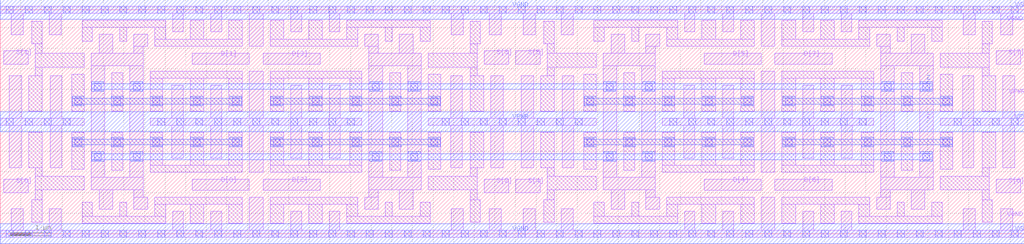
<source format=lef>
# Copyright 2020 The SkyWater PDK Authors
#
# Licensed under the Apache License, Version 2.0 (the "License");
# you may not use this file except in compliance with the License.
# You may obtain a copy of the License at
#
#     https://www.apache.org/licenses/LICENSE-2.0
#
# Unless required by applicable law or agreed to in writing, software
# distributed under the License is distributed on an "AS IS" BASIS,
# WITHOUT WARRANTIES OR CONDITIONS OF ANY KIND, either express or implied.
# See the License for the specific language governing permissions and
# limitations under the License.
#
# SPDX-License-Identifier: Apache-2.0

VERSION 5.7 ;
  NAMESCASESENSITIVE ON ;
  NOWIREEXTENSIONATPIN ON ;
  DIVIDERCHAR "/" ;
  BUSBITCHARS "[]" ;
UNITS
  DATABASE MICRONS 200 ;
END UNITS
PROPERTYDEFINITIONS
  MACRO maskLayoutSubType STRING ;
  MACRO prCellType STRING ;
  MACRO originalViewName STRING ;
END PROPERTYDEFINITIONS
MACRO sky130_fd_sc_hdll__muxb8to1_4
  CLASS CORE ;
  FOREIGN sky130_fd_sc_hdll__muxb8to1_4 ;
  ORIGIN  0.000000  0.000000 ;
  SIZE  24.84000 BY  5.440000 ;
  SYMMETRY X Y R90 ;
  SITE unithd ;
  PIN D[0]
    ANTENNAGATEAREA  1.110000 ;
    DIRECTION INPUT ;
    USE SIGNAL ;
    PORT
      LAYER li1 ;
        RECT 4.655000 1.055000 6.045000 1.325000 ;
    END
  END D[0]
  PIN D[1]
    ANTENNAGATEAREA  1.110000 ;
    DIRECTION INPUT ;
    USE SIGNAL ;
    PORT
      LAYER li1 ;
        RECT 4.655000 4.115000 6.045000 4.385000 ;
    END
  END D[1]
  PIN D[2]
    ANTENNAGATEAREA  1.110000 ;
    DIRECTION INPUT ;
    USE SIGNAL ;
    PORT
      LAYER li1 ;
        RECT 6.375000 1.055000 7.765000 1.325000 ;
    END
  END D[2]
  PIN D[3]
    ANTENNAGATEAREA  1.110000 ;
    DIRECTION INPUT ;
    USE SIGNAL ;
    PORT
      LAYER li1 ;
        RECT 6.375000 4.115000 7.765000 4.385000 ;
    END
  END D[3]
  PIN D[4]
    ANTENNAGATEAREA  1.110000 ;
    DIRECTION INPUT ;
    USE SIGNAL ;
    PORT
      LAYER li1 ;
        RECT 17.075000 1.055000 18.465000 1.325000 ;
    END
  END D[4]
  PIN D[5]
    ANTENNAGATEAREA  1.110000 ;
    DIRECTION INPUT ;
    USE SIGNAL ;
    PORT
      LAYER li1 ;
        RECT 17.075000 4.115000 18.465000 4.385000 ;
    END
  END D[5]
  PIN D[6]
    ANTENNAGATEAREA  1.110000 ;
    DIRECTION INPUT ;
    USE SIGNAL ;
    PORT
      LAYER li1 ;
        RECT 18.795000 1.055000 20.185000 1.325000 ;
    END
  END D[6]
  PIN D[7]
    ANTENNAGATEAREA  1.110000 ;
    DIRECTION INPUT ;
    USE SIGNAL ;
    PORT
      LAYER li1 ;
        RECT 18.795000 4.115000 20.185000 4.385000 ;
    END
  END D[7]
  PIN S[0]
    ANTENNAGATEAREA  0.733200 ;
    DIRECTION INPUT ;
    USE SIGNAL ;
    PORT
      LAYER li1 ;
        RECT 0.085000 0.995000 0.680000 1.325000 ;
    END
  END S[0]
  PIN S[1]
    ANTENNAGATEAREA  0.733200 ;
    DIRECTION INPUT ;
    USE SIGNAL ;
    PORT
      LAYER li1 ;
        RECT 0.085000 4.115000 0.680000 4.445000 ;
    END
  END S[1]
  PIN S[2]
    ANTENNAGATEAREA  0.733200 ;
    DIRECTION INPUT ;
    USE SIGNAL ;
    PORT
      LAYER li1 ;
        RECT 11.740000 0.995000 12.335000 1.325000 ;
    END
  END S[2]
  PIN S[3]
    ANTENNAGATEAREA  0.733200 ;
    DIRECTION INPUT ;
    USE SIGNAL ;
    PORT
      LAYER li1 ;
        RECT 11.740000 4.115000 12.335000 4.445000 ;
    END
  END S[3]
  PIN S[4]
    ANTENNAGATEAREA  0.733200 ;
    DIRECTION INPUT ;
    USE SIGNAL ;
    PORT
      LAYER li1 ;
        RECT 12.505000 0.995000 13.100000 1.325000 ;
    END
  END S[4]
  PIN S[5]
    ANTENNAGATEAREA  0.733200 ;
    DIRECTION INPUT ;
    USE SIGNAL ;
    PORT
      LAYER li1 ;
        RECT 12.505000 4.115000 13.100000 4.445000 ;
    END
  END S[5]
  PIN S[6]
    ANTENNAGATEAREA  0.733200 ;
    DIRECTION INPUT ;
    USE SIGNAL ;
    PORT
      LAYER li1 ;
        RECT 24.160000 0.995000 24.755000 1.325000 ;
    END
  END S[6]
  PIN S[7]
    ANTENNAGATEAREA  0.733200 ;
    DIRECTION INPUT ;
    USE SIGNAL ;
    PORT
      LAYER li1 ;
        RECT 24.160000 4.115000 24.755000 4.445000 ;
    END
  END S[7]
  PIN Z
    ANTENNADIFFAREA  6.051200 ;
    DIRECTION OUTPUT ;
    USE SIGNAL ;
    PORT
      LAYER li1 ;
        RECT  2.205000 1.065000  3.475000 1.365000 ;
        RECT  2.205000 1.365000  2.535000 4.075000 ;
        RECT  2.205000 4.075000  3.475000 4.375000 ;
        RECT  2.405000 0.595000  2.735000 1.065000 ;
        RECT  2.405000 4.375000  2.735000 4.845000 ;
        RECT  3.145000 1.365000  3.475000 4.075000 ;
        RECT  3.245000 0.595000  3.575000 0.885000 ;
        RECT  3.245000 0.885000  3.475000 1.065000 ;
        RECT  3.245000 4.375000  3.475000 4.555000 ;
        RECT  3.245000 4.555000  3.575000 4.845000 ;
        RECT  8.845000 0.595000  9.175000 0.885000 ;
        RECT  8.845000 4.555000  9.175000 4.845000 ;
        RECT  8.945000 0.885000  9.175000 1.065000 ;
        RECT  8.945000 1.065000 10.215000 1.365000 ;
        RECT  8.945000 1.365000  9.275000 4.075000 ;
        RECT  8.945000 4.075000 10.215000 4.375000 ;
        RECT  8.945000 4.375000  9.175000 4.555000 ;
        RECT  9.685000 0.595000 10.015000 1.065000 ;
        RECT  9.685000 4.375000 10.015000 4.845000 ;
        RECT  9.885000 1.365000 10.215000 4.075000 ;
        RECT 14.625000 1.065000 15.895000 1.365000 ;
        RECT 14.625000 1.365000 14.955000 4.075000 ;
        RECT 14.625000 4.075000 15.895000 4.375000 ;
        RECT 14.825000 0.595000 15.155000 1.065000 ;
        RECT 14.825000 4.375000 15.155000 4.845000 ;
        RECT 15.565000 1.365000 15.895000 4.075000 ;
        RECT 15.665000 0.595000 15.995000 0.885000 ;
        RECT 15.665000 0.885000 15.895000 1.065000 ;
        RECT 15.665000 4.375000 15.895000 4.555000 ;
        RECT 15.665000 4.555000 15.995000 4.845000 ;
        RECT 21.265000 0.595000 21.595000 0.885000 ;
        RECT 21.265000 4.555000 21.595000 4.845000 ;
        RECT 21.365000 0.885000 21.595000 1.065000 ;
        RECT 21.365000 1.065000 22.635000 1.365000 ;
        RECT 21.365000 1.365000 21.695000 4.075000 ;
        RECT 21.365000 4.075000 22.635000 4.375000 ;
        RECT 21.365000 4.375000 21.595000 4.555000 ;
        RECT 22.105000 0.595000 22.435000 1.065000 ;
        RECT 22.105000 4.375000 22.435000 4.845000 ;
        RECT 22.305000 1.365000 22.635000 4.075000 ;
      LAYER mcon ;
        RECT  2.285000 1.785000  2.455000 1.955000 ;
        RECT  2.285000 3.485000  2.455000 3.655000 ;
        RECT  3.225000 1.785000  3.395000 1.955000 ;
        RECT  3.225000 3.485000  3.395000 3.655000 ;
        RECT  9.025000 1.785000  9.195000 1.955000 ;
        RECT  9.025000 3.485000  9.195000 3.655000 ;
        RECT  9.965000 1.785000 10.135000 1.955000 ;
        RECT  9.965000 3.485000 10.135000 3.655000 ;
        RECT 14.705000 1.785000 14.875000 1.955000 ;
        RECT 14.705000 3.485000 14.875000 3.655000 ;
        RECT 15.645000 1.785000 15.815000 1.955000 ;
        RECT 15.645000 3.485000 15.815000 3.655000 ;
        RECT 21.445000 1.785000 21.615000 1.955000 ;
        RECT 21.445000 3.485000 21.615000 3.655000 ;
        RECT 22.385000 1.785000 22.555000 1.955000 ;
        RECT 22.385000 3.485000 22.555000 3.655000 ;
      LAYER met1 ;
        RECT  2.225000 1.755000  2.515000 1.800000 ;
        RECT  2.225000 1.800000 22.615000 1.940000 ;
        RECT  2.225000 1.940000  2.515000 1.985000 ;
        RECT  2.225000 3.455000  2.515000 3.500000 ;
        RECT  2.225000 3.500000 22.615000 3.640000 ;
        RECT  2.225000 3.640000  2.515000 3.685000 ;
        RECT  3.165000 1.755000  3.455000 1.800000 ;
        RECT  3.165000 1.940000  3.455000 1.985000 ;
        RECT  3.165000 3.455000  3.455000 3.500000 ;
        RECT  3.165000 3.640000  3.455000 3.685000 ;
        RECT  8.965000 1.755000  9.255000 1.800000 ;
        RECT  8.965000 1.940000  9.255000 1.985000 ;
        RECT  8.965000 3.455000  9.255000 3.500000 ;
        RECT  8.965000 3.640000  9.255000 3.685000 ;
        RECT  9.905000 1.755000 10.195000 1.800000 ;
        RECT  9.905000 1.940000 10.195000 1.985000 ;
        RECT  9.905000 3.455000 10.195000 3.500000 ;
        RECT  9.905000 3.640000 10.195000 3.685000 ;
        RECT 14.645000 1.755000 14.935000 1.800000 ;
        RECT 14.645000 1.940000 14.935000 1.985000 ;
        RECT 14.645000 3.455000 14.935000 3.500000 ;
        RECT 14.645000 3.640000 14.935000 3.685000 ;
        RECT 15.585000 1.755000 15.875000 1.800000 ;
        RECT 15.585000 1.940000 15.875000 1.985000 ;
        RECT 15.585000 3.455000 15.875000 3.500000 ;
        RECT 15.585000 3.640000 15.875000 3.685000 ;
        RECT 21.385000 1.755000 21.675000 1.800000 ;
        RECT 21.385000 1.940000 21.675000 1.985000 ;
        RECT 21.385000 3.455000 21.675000 3.500000 ;
        RECT 21.385000 3.640000 21.675000 3.685000 ;
        RECT 22.325000 1.755000 22.615000 1.800000 ;
        RECT 22.325000 1.940000 22.615000 1.985000 ;
        RECT 22.325000 3.455000 22.615000 3.500000 ;
        RECT 22.325000 3.640000 22.615000 3.685000 ;
    END
  END Z
  PIN VGND
    DIRECTION INOUT ;
    USE GROUND ;
    PORT
      LAYER li1 ;
        RECT  0.000000 -0.085000 24.840000 0.085000 ;
        RECT  0.270000  0.085000  0.560000 0.610000 ;
        RECT  1.190000  0.085000  1.480000 0.610000 ;
        RECT  4.185000  0.085000  4.435000 0.545000 ;
        RECT  5.105000  0.085000  5.375000 0.545000 ;
        RECT  6.045000  0.085000  6.375000 0.885000 ;
        RECT  7.045000  0.085000  7.315000 0.545000 ;
        RECT  7.985000  0.085000  8.235000 0.545000 ;
        RECT 10.940000  0.085000 11.230000 0.610000 ;
        RECT 11.860000  0.085000 12.150000 0.610000 ;
        RECT 12.690000  0.085000 12.980000 0.610000 ;
        RECT 13.610000  0.085000 13.900000 0.610000 ;
        RECT 16.605000  0.085000 16.855000 0.545000 ;
        RECT 17.525000  0.085000 17.795000 0.545000 ;
        RECT 18.465000  0.085000 18.795000 0.885000 ;
        RECT 19.465000  0.085000 19.735000 0.545000 ;
        RECT 20.405000  0.085000 20.655000 0.545000 ;
        RECT 23.360000  0.085000 23.650000 0.610000 ;
        RECT 24.280000  0.085000 24.570000 0.610000 ;
      LAYER mcon ;
        RECT  0.145000 -0.085000  0.315000 0.085000 ;
        RECT  0.605000 -0.085000  0.775000 0.085000 ;
        RECT  1.065000 -0.085000  1.235000 0.085000 ;
        RECT  1.525000 -0.085000  1.695000 0.085000 ;
        RECT  1.985000 -0.085000  2.155000 0.085000 ;
        RECT  2.445000 -0.085000  2.615000 0.085000 ;
        RECT  2.905000 -0.085000  3.075000 0.085000 ;
        RECT  3.365000 -0.085000  3.535000 0.085000 ;
        RECT  3.825000 -0.085000  3.995000 0.085000 ;
        RECT  4.285000 -0.085000  4.455000 0.085000 ;
        RECT  4.745000 -0.085000  4.915000 0.085000 ;
        RECT  5.205000 -0.085000  5.375000 0.085000 ;
        RECT  5.665000 -0.085000  5.835000 0.085000 ;
        RECT  6.125000 -0.085000  6.295000 0.085000 ;
        RECT  6.585000 -0.085000  6.755000 0.085000 ;
        RECT  7.045000 -0.085000  7.215000 0.085000 ;
        RECT  7.505000 -0.085000  7.675000 0.085000 ;
        RECT  7.965000 -0.085000  8.135000 0.085000 ;
        RECT  8.425000 -0.085000  8.595000 0.085000 ;
        RECT  8.885000 -0.085000  9.055000 0.085000 ;
        RECT  9.345000 -0.085000  9.515000 0.085000 ;
        RECT  9.805000 -0.085000  9.975000 0.085000 ;
        RECT 10.265000 -0.085000 10.435000 0.085000 ;
        RECT 10.725000 -0.085000 10.895000 0.085000 ;
        RECT 11.185000 -0.085000 11.355000 0.085000 ;
        RECT 11.645000 -0.085000 11.815000 0.085000 ;
        RECT 12.105000 -0.085000 12.275000 0.085000 ;
        RECT 12.565000 -0.085000 12.735000 0.085000 ;
        RECT 13.025000 -0.085000 13.195000 0.085000 ;
        RECT 13.485000 -0.085000 13.655000 0.085000 ;
        RECT 13.945000 -0.085000 14.115000 0.085000 ;
        RECT 14.405000 -0.085000 14.575000 0.085000 ;
        RECT 14.865000 -0.085000 15.035000 0.085000 ;
        RECT 15.325000 -0.085000 15.495000 0.085000 ;
        RECT 15.785000 -0.085000 15.955000 0.085000 ;
        RECT 16.245000 -0.085000 16.415000 0.085000 ;
        RECT 16.705000 -0.085000 16.875000 0.085000 ;
        RECT 17.165000 -0.085000 17.335000 0.085000 ;
        RECT 17.625000 -0.085000 17.795000 0.085000 ;
        RECT 18.085000 -0.085000 18.255000 0.085000 ;
        RECT 18.545000 -0.085000 18.715000 0.085000 ;
        RECT 19.005000 -0.085000 19.175000 0.085000 ;
        RECT 19.465000 -0.085000 19.635000 0.085000 ;
        RECT 19.925000 -0.085000 20.095000 0.085000 ;
        RECT 20.385000 -0.085000 20.555000 0.085000 ;
        RECT 20.845000 -0.085000 21.015000 0.085000 ;
        RECT 21.305000 -0.085000 21.475000 0.085000 ;
        RECT 21.765000 -0.085000 21.935000 0.085000 ;
        RECT 22.225000 -0.085000 22.395000 0.085000 ;
        RECT 22.685000 -0.085000 22.855000 0.085000 ;
        RECT 23.145000 -0.085000 23.315000 0.085000 ;
        RECT 23.605000 -0.085000 23.775000 0.085000 ;
        RECT 24.065000 -0.085000 24.235000 0.085000 ;
        RECT 24.525000 -0.085000 24.695000 0.085000 ;
      LAYER met1 ;
        RECT 0.000000 -0.240000 24.840000 0.240000 ;
    END
    PORT
      LAYER li1 ;
        RECT  0.000000 5.355000 24.840000 5.525000 ;
        RECT  0.270000 4.830000  0.560000 5.355000 ;
        RECT  1.190000 4.830000  1.480000 5.355000 ;
        RECT  4.185000 4.895000  4.435000 5.355000 ;
        RECT  5.105000 4.895000  5.375000 5.355000 ;
        RECT  6.045000 4.555000  6.375000 5.355000 ;
        RECT  7.045000 4.895000  7.315000 5.355000 ;
        RECT  7.985000 4.895000  8.235000 5.355000 ;
        RECT 10.940000 4.830000 11.230000 5.355000 ;
        RECT 11.860000 4.830000 12.150000 5.355000 ;
        RECT 12.690000 4.830000 12.980000 5.355000 ;
        RECT 13.610000 4.830000 13.900000 5.355000 ;
        RECT 16.605000 4.895000 16.855000 5.355000 ;
        RECT 17.525000 4.895000 17.795000 5.355000 ;
        RECT 18.465000 4.555000 18.795000 5.355000 ;
        RECT 19.465000 4.895000 19.735000 5.355000 ;
        RECT 20.405000 4.895000 20.655000 5.355000 ;
        RECT 23.360000 4.830000 23.650000 5.355000 ;
        RECT 24.280000 4.830000 24.570000 5.355000 ;
      LAYER mcon ;
        RECT  0.145000 5.355000  0.315000 5.525000 ;
        RECT  0.605000 5.355000  0.775000 5.525000 ;
        RECT  1.065000 5.355000  1.235000 5.525000 ;
        RECT  1.525000 5.355000  1.695000 5.525000 ;
        RECT  1.985000 5.355000  2.155000 5.525000 ;
        RECT  2.445000 5.355000  2.615000 5.525000 ;
        RECT  2.905000 5.355000  3.075000 5.525000 ;
        RECT  3.365000 5.355000  3.535000 5.525000 ;
        RECT  3.825000 5.355000  3.995000 5.525000 ;
        RECT  4.285000 5.355000  4.455000 5.525000 ;
        RECT  4.745000 5.355000  4.915000 5.525000 ;
        RECT  5.205000 5.355000  5.375000 5.525000 ;
        RECT  5.665000 5.355000  5.835000 5.525000 ;
        RECT  6.125000 5.355000  6.295000 5.525000 ;
        RECT  6.585000 5.355000  6.755000 5.525000 ;
        RECT  7.045000 5.355000  7.215000 5.525000 ;
        RECT  7.505000 5.355000  7.675000 5.525000 ;
        RECT  7.965000 5.355000  8.135000 5.525000 ;
        RECT  8.425000 5.355000  8.595000 5.525000 ;
        RECT  8.885000 5.355000  9.055000 5.525000 ;
        RECT  9.345000 5.355000  9.515000 5.525000 ;
        RECT  9.805000 5.355000  9.975000 5.525000 ;
        RECT 10.265000 5.355000 10.435000 5.525000 ;
        RECT 10.725000 5.355000 10.895000 5.525000 ;
        RECT 11.185000 5.355000 11.355000 5.525000 ;
        RECT 11.645000 5.355000 11.815000 5.525000 ;
        RECT 12.105000 5.355000 12.275000 5.525000 ;
        RECT 12.565000 5.355000 12.735000 5.525000 ;
        RECT 13.025000 5.355000 13.195000 5.525000 ;
        RECT 13.485000 5.355000 13.655000 5.525000 ;
        RECT 13.945000 5.355000 14.115000 5.525000 ;
        RECT 14.405000 5.355000 14.575000 5.525000 ;
        RECT 14.865000 5.355000 15.035000 5.525000 ;
        RECT 15.325000 5.355000 15.495000 5.525000 ;
        RECT 15.785000 5.355000 15.955000 5.525000 ;
        RECT 16.245000 5.355000 16.415000 5.525000 ;
        RECT 16.705000 5.355000 16.875000 5.525000 ;
        RECT 17.165000 5.355000 17.335000 5.525000 ;
        RECT 17.625000 5.355000 17.795000 5.525000 ;
        RECT 18.085000 5.355000 18.255000 5.525000 ;
        RECT 18.545000 5.355000 18.715000 5.525000 ;
        RECT 19.005000 5.355000 19.175000 5.525000 ;
        RECT 19.465000 5.355000 19.635000 5.525000 ;
        RECT 19.925000 5.355000 20.095000 5.525000 ;
        RECT 20.385000 5.355000 20.555000 5.525000 ;
        RECT 20.845000 5.355000 21.015000 5.525000 ;
        RECT 21.305000 5.355000 21.475000 5.525000 ;
        RECT 21.765000 5.355000 21.935000 5.525000 ;
        RECT 22.225000 5.355000 22.395000 5.525000 ;
        RECT 22.685000 5.355000 22.855000 5.525000 ;
        RECT 23.145000 5.355000 23.315000 5.525000 ;
        RECT 23.605000 5.355000 23.775000 5.525000 ;
        RECT 24.065000 5.355000 24.235000 5.525000 ;
        RECT 24.525000 5.355000 24.695000 5.525000 ;
      LAYER met1 ;
        RECT 0.000000 5.200000 24.840000 5.680000 ;
    END
  END VGND
  PIN VPWR
    DIRECTION INOUT ;
    USE POWER ;
    PORT
      LAYER li1 ;
        RECT  0.000000 2.635000  2.035000 2.805000 ;
        RECT  0.220000 1.605000  0.520000 2.635000 ;
        RECT  0.220000 2.805000  0.520000 3.835000 ;
        RECT  1.215000 1.605000  1.490000 2.635000 ;
        RECT  1.215000 2.805000  1.490000 3.835000 ;
        RECT  3.645000 2.635000  8.775000 2.805000 ;
        RECT  4.165000 1.835000  4.435000 2.635000 ;
        RECT  4.165000 2.805000  4.435000 3.605000 ;
        RECT  5.105000 1.835000  5.375000 2.635000 ;
        RECT  5.105000 2.805000  5.375000 3.605000 ;
        RECT  6.045000 1.495000  6.375000 2.635000 ;
        RECT  6.045000 2.805000  6.375000 3.945000 ;
        RECT  7.045000 1.835000  7.315000 2.635000 ;
        RECT  7.045000 2.805000  7.315000 3.605000 ;
        RECT  7.985000 1.835000  8.255000 2.635000 ;
        RECT  7.985000 2.805000  8.255000 3.605000 ;
        RECT 10.385000 2.635000 14.455000 2.805000 ;
        RECT 10.930000 1.605000 11.205000 2.635000 ;
        RECT 10.930000 2.805000 11.205000 3.835000 ;
        RECT 11.900000 1.605000 12.200000 2.635000 ;
        RECT 11.900000 2.805000 12.200000 3.835000 ;
        RECT 12.640000 1.605000 12.940000 2.635000 ;
        RECT 12.640000 2.805000 12.940000 3.835000 ;
        RECT 13.635000 1.605000 13.910000 2.635000 ;
        RECT 13.635000 2.805000 13.910000 3.835000 ;
        RECT 16.065000 2.635000 21.195000 2.805000 ;
        RECT 16.585000 1.835000 16.855000 2.635000 ;
        RECT 16.585000 2.805000 16.855000 3.605000 ;
        RECT 17.525000 1.835000 17.795000 2.635000 ;
        RECT 17.525000 2.805000 17.795000 3.605000 ;
        RECT 18.465000 1.495000 18.795000 2.635000 ;
        RECT 18.465000 2.805000 18.795000 3.945000 ;
        RECT 19.465000 1.835000 19.735000 2.635000 ;
        RECT 19.465000 2.805000 19.735000 3.605000 ;
        RECT 20.405000 1.835000 20.675000 2.635000 ;
        RECT 20.405000 2.805000 20.675000 3.605000 ;
        RECT 22.805000 2.635000 24.840000 2.805000 ;
        RECT 23.350000 1.605000 23.625000 2.635000 ;
        RECT 23.350000 2.805000 23.625000 3.835000 ;
        RECT 24.320000 1.605000 24.620000 2.635000 ;
        RECT 24.320000 2.805000 24.620000 3.835000 ;
      LAYER mcon ;
        RECT  0.145000 2.635000  0.315000 2.805000 ;
        RECT  0.605000 2.635000  0.775000 2.805000 ;
        RECT  1.065000 2.635000  1.235000 2.805000 ;
        RECT  1.525000 2.635000  1.695000 2.805000 ;
        RECT  3.825000 2.635000  3.995000 2.805000 ;
        RECT  4.285000 2.635000  4.455000 2.805000 ;
        RECT  4.745000 2.635000  4.915000 2.805000 ;
        RECT  5.205000 2.635000  5.375000 2.805000 ;
        RECT  5.665000 2.635000  5.835000 2.805000 ;
        RECT  6.125000 2.635000  6.295000 2.805000 ;
        RECT  6.585000 2.635000  6.755000 2.805000 ;
        RECT  7.045000 2.635000  7.215000 2.805000 ;
        RECT  7.505000 2.635000  7.675000 2.805000 ;
        RECT  7.965000 2.635000  8.135000 2.805000 ;
        RECT  8.425000 2.635000  8.595000 2.805000 ;
        RECT 10.725000 2.635000 10.895000 2.805000 ;
        RECT 11.185000 2.635000 11.355000 2.805000 ;
        RECT 11.645000 2.635000 11.815000 2.805000 ;
        RECT 12.105000 2.635000 12.275000 2.805000 ;
        RECT 12.565000 2.635000 12.735000 2.805000 ;
        RECT 13.025000 2.635000 13.195000 2.805000 ;
        RECT 13.485000 2.635000 13.655000 2.805000 ;
        RECT 13.945000 2.635000 14.115000 2.805000 ;
        RECT 16.245000 2.635000 16.415000 2.805000 ;
        RECT 16.705000 2.635000 16.875000 2.805000 ;
        RECT 17.165000 2.635000 17.335000 2.805000 ;
        RECT 17.625000 2.635000 17.795000 2.805000 ;
        RECT 18.085000 2.635000 18.255000 2.805000 ;
        RECT 18.545000 2.635000 18.715000 2.805000 ;
        RECT 19.005000 2.635000 19.175000 2.805000 ;
        RECT 19.465000 2.635000 19.635000 2.805000 ;
        RECT 19.925000 2.635000 20.095000 2.805000 ;
        RECT 20.385000 2.635000 20.555000 2.805000 ;
        RECT 20.845000 2.635000 21.015000 2.805000 ;
        RECT 23.145000 2.635000 23.315000 2.805000 ;
        RECT 23.605000 2.635000 23.775000 2.805000 ;
        RECT 24.065000 2.635000 24.235000 2.805000 ;
        RECT 24.525000 2.635000 24.695000 2.805000 ;
      LAYER met1 ;
        RECT 0.000000 2.480000 24.840000 2.960000 ;
    END
  END VPWR
  OBS
    LAYER li1 ;
      RECT  0.690000 1.605000  1.020000 2.465000 ;
      RECT  0.690000 2.975000  1.020000 3.835000 ;
      RECT  0.770000 0.280000  1.020000 0.825000 ;
      RECT  0.770000 4.615000  1.020000 5.160000 ;
      RECT  0.850000 0.825000  1.020000 1.065000 ;
      RECT  0.850000 1.065000  2.035000 1.395000 ;
      RECT  0.850000 1.395000  1.020000 1.605000 ;
      RECT  0.850000 3.835000  1.020000 4.045000 ;
      RECT  0.850000 4.045000  2.035000 4.375000 ;
      RECT  0.850000 4.375000  1.020000 4.615000 ;
      RECT  1.735000 1.565000  2.035000 2.465000 ;
      RECT  1.735000 2.975000  2.035000 3.875000 ;
      RECT  1.985000 0.255000  4.015000 0.425000 ;
      RECT  1.985000 0.425000  2.235000 0.770000 ;
      RECT  1.985000 4.670000  2.235000 5.015000 ;
      RECT  1.985000 5.015000  4.015000 5.185000 ;
      RECT  2.705000 1.535000  2.975000 2.465000 ;
      RECT  2.705000 2.975000  2.975000 3.905000 ;
      RECT  2.905000 0.425000  3.075000 0.770000 ;
      RECT  2.905000 4.670000  3.075000 5.015000 ;
      RECT  3.645000 1.495000  5.875000 1.665000 ;
      RECT  3.645000 1.665000  3.945000 2.465000 ;
      RECT  3.645000 2.975000  3.945000 3.775000 ;
      RECT  3.645000 3.775000  5.875000 3.945000 ;
      RECT  3.745000 0.425000  4.015000 0.715000 ;
      RECT  3.745000 0.715000  5.875000 0.885000 ;
      RECT  3.745000 4.555000  5.875000 4.725000 ;
      RECT  3.745000 4.725000  4.015000 5.015000 ;
      RECT  4.605000 0.255000  4.935000 0.715000 ;
      RECT  4.605000 1.665000  4.935000 2.465000 ;
      RECT  4.605000 2.975000  4.935000 3.775000 ;
      RECT  4.605000 4.725000  4.935000 5.185000 ;
      RECT  5.545000 0.255000  5.875000 0.715000 ;
      RECT  5.545000 1.665000  5.875000 2.465000 ;
      RECT  5.545000 2.975000  5.875000 3.775000 ;
      RECT  5.545000 4.725000  5.875000 5.185000 ;
      RECT  6.545000 0.255000  6.875000 0.715000 ;
      RECT  6.545000 0.715000  8.675000 0.885000 ;
      RECT  6.545000 1.495000  8.775000 1.665000 ;
      RECT  6.545000 1.665000  6.875000 2.465000 ;
      RECT  6.545000 2.975000  6.875000 3.775000 ;
      RECT  6.545000 3.775000  8.775000 3.945000 ;
      RECT  6.545000 4.555000  8.675000 4.725000 ;
      RECT  6.545000 4.725000  6.875000 5.185000 ;
      RECT  7.485000 0.255000  7.815000 0.715000 ;
      RECT  7.485000 1.665000  7.815000 2.465000 ;
      RECT  7.485000 2.975000  7.815000 3.775000 ;
      RECT  7.485000 4.725000  7.815000 5.185000 ;
      RECT  8.405000 0.255000 10.435000 0.425000 ;
      RECT  8.405000 0.425000  8.675000 0.715000 ;
      RECT  8.405000 4.725000  8.675000 5.015000 ;
      RECT  8.405000 5.015000 10.435000 5.185000 ;
      RECT  8.475000 1.665000  8.775000 2.465000 ;
      RECT  8.475000 2.975000  8.775000 3.775000 ;
      RECT  9.345000 0.425000  9.515000 0.770000 ;
      RECT  9.345000 4.670000  9.515000 5.015000 ;
      RECT  9.445000 1.535000  9.715000 2.465000 ;
      RECT  9.445000 2.975000  9.715000 3.905000 ;
      RECT 10.185000 0.425000 10.435000 0.770000 ;
      RECT 10.185000 4.670000 10.435000 5.015000 ;
      RECT 10.385000 1.065000 11.570000 1.395000 ;
      RECT 10.385000 1.565000 10.685000 2.465000 ;
      RECT 10.385000 2.975000 10.685000 3.875000 ;
      RECT 10.385000 4.045000 11.570000 4.375000 ;
      RECT 11.400000 0.280000 11.650000 0.825000 ;
      RECT 11.400000 0.825000 11.570000 1.065000 ;
      RECT 11.400000 1.395000 11.570000 1.605000 ;
      RECT 11.400000 1.605000 11.730000 2.465000 ;
      RECT 11.400000 2.975000 11.730000 3.835000 ;
      RECT 11.400000 3.835000 11.570000 4.045000 ;
      RECT 11.400000 4.375000 11.570000 4.615000 ;
      RECT 11.400000 4.615000 11.650000 5.160000 ;
      RECT 13.110000 1.605000 13.440000 2.465000 ;
      RECT 13.110000 2.975000 13.440000 3.835000 ;
      RECT 13.190000 0.280000 13.440000 0.825000 ;
      RECT 13.190000 4.615000 13.440000 5.160000 ;
      RECT 13.270000 0.825000 13.440000 1.065000 ;
      RECT 13.270000 1.065000 14.455000 1.395000 ;
      RECT 13.270000 1.395000 13.440000 1.605000 ;
      RECT 13.270000 3.835000 13.440000 4.045000 ;
      RECT 13.270000 4.045000 14.455000 4.375000 ;
      RECT 13.270000 4.375000 13.440000 4.615000 ;
      RECT 14.155000 1.565000 14.455000 2.465000 ;
      RECT 14.155000 2.975000 14.455000 3.875000 ;
      RECT 14.405000 0.255000 16.435000 0.425000 ;
      RECT 14.405000 0.425000 14.655000 0.770000 ;
      RECT 14.405000 4.670000 14.655000 5.015000 ;
      RECT 14.405000 5.015000 16.435000 5.185000 ;
      RECT 15.125000 1.535000 15.395000 2.465000 ;
      RECT 15.125000 2.975000 15.395000 3.905000 ;
      RECT 15.325000 0.425000 15.495000 0.770000 ;
      RECT 15.325000 4.670000 15.495000 5.015000 ;
      RECT 16.065000 1.495000 18.295000 1.665000 ;
      RECT 16.065000 1.665000 16.365000 2.465000 ;
      RECT 16.065000 2.975000 16.365000 3.775000 ;
      RECT 16.065000 3.775000 18.295000 3.945000 ;
      RECT 16.165000 0.425000 16.435000 0.715000 ;
      RECT 16.165000 0.715000 18.295000 0.885000 ;
      RECT 16.165000 4.555000 18.295000 4.725000 ;
      RECT 16.165000 4.725000 16.435000 5.015000 ;
      RECT 17.025000 0.255000 17.355000 0.715000 ;
      RECT 17.025000 1.665000 17.355000 2.465000 ;
      RECT 17.025000 2.975000 17.355000 3.775000 ;
      RECT 17.025000 4.725000 17.355000 5.185000 ;
      RECT 17.965000 0.255000 18.295000 0.715000 ;
      RECT 17.965000 1.665000 18.295000 2.465000 ;
      RECT 17.965000 2.975000 18.295000 3.775000 ;
      RECT 17.965000 4.725000 18.295000 5.185000 ;
      RECT 18.965000 0.255000 19.295000 0.715000 ;
      RECT 18.965000 0.715000 21.095000 0.885000 ;
      RECT 18.965000 1.495000 21.195000 1.665000 ;
      RECT 18.965000 1.665000 19.295000 2.465000 ;
      RECT 18.965000 2.975000 19.295000 3.775000 ;
      RECT 18.965000 3.775000 21.195000 3.945000 ;
      RECT 18.965000 4.555000 21.095000 4.725000 ;
      RECT 18.965000 4.725000 19.295000 5.185000 ;
      RECT 19.905000 0.255000 20.235000 0.715000 ;
      RECT 19.905000 1.665000 20.235000 2.465000 ;
      RECT 19.905000 2.975000 20.235000 3.775000 ;
      RECT 19.905000 4.725000 20.235000 5.185000 ;
      RECT 20.825000 0.255000 22.855000 0.425000 ;
      RECT 20.825000 0.425000 21.095000 0.715000 ;
      RECT 20.825000 4.725000 21.095000 5.015000 ;
      RECT 20.825000 5.015000 22.855000 5.185000 ;
      RECT 20.895000 1.665000 21.195000 2.465000 ;
      RECT 20.895000 2.975000 21.195000 3.775000 ;
      RECT 21.765000 0.425000 21.935000 0.770000 ;
      RECT 21.765000 4.670000 21.935000 5.015000 ;
      RECT 21.865000 1.535000 22.135000 2.465000 ;
      RECT 21.865000 2.975000 22.135000 3.905000 ;
      RECT 22.605000 0.425000 22.855000 0.770000 ;
      RECT 22.605000 4.670000 22.855000 5.015000 ;
      RECT 22.805000 1.065000 23.990000 1.395000 ;
      RECT 22.805000 1.565000 23.105000 2.465000 ;
      RECT 22.805000 2.975000 23.105000 3.875000 ;
      RECT 22.805000 4.045000 23.990000 4.375000 ;
      RECT 23.820000 0.280000 24.070000 0.825000 ;
      RECT 23.820000 0.825000 23.990000 1.065000 ;
      RECT 23.820000 1.395000 23.990000 1.605000 ;
      RECT 23.820000 1.605000 24.150000 2.465000 ;
      RECT 23.820000 2.975000 24.150000 3.835000 ;
      RECT 23.820000 3.835000 23.990000 4.045000 ;
      RECT 23.820000 4.375000 23.990000 4.615000 ;
      RECT 23.820000 4.615000 24.070000 5.160000 ;
    LAYER mcon ;
      RECT  1.805000 2.140000  1.975000 2.310000 ;
      RECT  1.805000 3.130000  1.975000 3.300000 ;
      RECT  2.755000 2.140000  2.925000 2.310000 ;
      RECT  2.755000 3.130000  2.925000 3.300000 ;
      RECT  3.705000 2.140000  3.875000 2.310000 ;
      RECT  3.705000 3.130000  3.875000 3.300000 ;
      RECT  4.685000 2.140000  4.855000 2.310000 ;
      RECT  4.685000 3.130000  4.855000 3.300000 ;
      RECT  5.625000 2.140000  5.795000 2.310000 ;
      RECT  5.625000 3.130000  5.795000 3.300000 ;
      RECT  6.625000 2.140000  6.795000 2.310000 ;
      RECT  6.625000 3.130000  6.795000 3.300000 ;
      RECT  7.565000 2.140000  7.735000 2.310000 ;
      RECT  7.565000 3.130000  7.735000 3.300000 ;
      RECT  8.545000 2.140000  8.715000 2.310000 ;
      RECT  8.545000 3.130000  8.715000 3.300000 ;
      RECT  9.495000 2.140000  9.665000 2.310000 ;
      RECT  9.495000 3.130000  9.665000 3.300000 ;
      RECT 10.445000 2.140000 10.615000 2.310000 ;
      RECT 10.445000 3.130000 10.615000 3.300000 ;
      RECT 14.225000 2.140000 14.395000 2.310000 ;
      RECT 14.225000 3.130000 14.395000 3.300000 ;
      RECT 15.175000 2.140000 15.345000 2.310000 ;
      RECT 15.175000 3.130000 15.345000 3.300000 ;
      RECT 16.125000 2.140000 16.295000 2.310000 ;
      RECT 16.125000 3.130000 16.295000 3.300000 ;
      RECT 17.105000 2.140000 17.275000 2.310000 ;
      RECT 17.105000 3.130000 17.275000 3.300000 ;
      RECT 18.045000 2.140000 18.215000 2.310000 ;
      RECT 18.045000 3.130000 18.215000 3.300000 ;
      RECT 19.045000 2.140000 19.215000 2.310000 ;
      RECT 19.045000 3.130000 19.215000 3.300000 ;
      RECT 19.985000 2.140000 20.155000 2.310000 ;
      RECT 19.985000 3.130000 20.155000 3.300000 ;
      RECT 20.965000 2.140000 21.135000 2.310000 ;
      RECT 20.965000 3.130000 21.135000 3.300000 ;
      RECT 21.915000 2.140000 22.085000 2.310000 ;
      RECT 21.915000 3.130000 22.085000 3.300000 ;
      RECT 22.865000 2.140000 23.035000 2.310000 ;
      RECT 22.865000 3.130000 23.035000 3.300000 ;
    LAYER met1 ;
      RECT  1.745000 2.110000  2.035000 2.155000 ;
      RECT  1.745000 2.155000  5.855000 2.295000 ;
      RECT  1.745000 2.295000  2.035000 2.340000 ;
      RECT  1.745000 3.100000  2.035000 3.145000 ;
      RECT  1.745000 3.145000  5.855000 3.285000 ;
      RECT  1.745000 3.285000  2.035000 3.330000 ;
      RECT  2.695000 2.110000  2.985000 2.155000 ;
      RECT  2.695000 2.295000  2.985000 2.340000 ;
      RECT  2.695000 3.100000  2.985000 3.145000 ;
      RECT  2.695000 3.285000  2.985000 3.330000 ;
      RECT  3.645000 2.110000  3.935000 2.155000 ;
      RECT  3.645000 2.295000  3.935000 2.340000 ;
      RECT  3.645000 3.100000  3.935000 3.145000 ;
      RECT  3.645000 3.285000  3.935000 3.330000 ;
      RECT  4.625000 2.110000  4.915000 2.155000 ;
      RECT  4.625000 2.295000  4.915000 2.340000 ;
      RECT  4.625000 3.100000  4.915000 3.145000 ;
      RECT  4.625000 3.285000  4.915000 3.330000 ;
      RECT  5.565000 2.110000  5.855000 2.155000 ;
      RECT  5.565000 2.295000  5.855000 2.340000 ;
      RECT  5.565000 3.100000  5.855000 3.145000 ;
      RECT  5.565000 3.285000  5.855000 3.330000 ;
      RECT  6.565000 2.110000  6.855000 2.155000 ;
      RECT  6.565000 2.155000 10.675000 2.295000 ;
      RECT  6.565000 2.295000  6.855000 2.340000 ;
      RECT  6.565000 3.100000  6.855000 3.145000 ;
      RECT  6.565000 3.145000 10.675000 3.285000 ;
      RECT  6.565000 3.285000  6.855000 3.330000 ;
      RECT  7.505000 2.110000  7.795000 2.155000 ;
      RECT  7.505000 2.295000  7.795000 2.340000 ;
      RECT  7.505000 3.100000  7.795000 3.145000 ;
      RECT  7.505000 3.285000  7.795000 3.330000 ;
      RECT  8.485000 2.110000  8.775000 2.155000 ;
      RECT  8.485000 2.295000  8.775000 2.340000 ;
      RECT  8.485000 3.100000  8.775000 3.145000 ;
      RECT  8.485000 3.285000  8.775000 3.330000 ;
      RECT  9.435000 2.110000  9.725000 2.155000 ;
      RECT  9.435000 2.295000  9.725000 2.340000 ;
      RECT  9.435000 3.100000  9.725000 3.145000 ;
      RECT  9.435000 3.285000  9.725000 3.330000 ;
      RECT 10.385000 2.110000 10.675000 2.155000 ;
      RECT 10.385000 2.295000 10.675000 2.340000 ;
      RECT 10.385000 3.100000 10.675000 3.145000 ;
      RECT 10.385000 3.285000 10.675000 3.330000 ;
      RECT 14.165000 2.110000 14.455000 2.155000 ;
      RECT 14.165000 2.155000 18.275000 2.295000 ;
      RECT 14.165000 2.295000 14.455000 2.340000 ;
      RECT 14.165000 3.100000 14.455000 3.145000 ;
      RECT 14.165000 3.145000 18.275000 3.285000 ;
      RECT 14.165000 3.285000 14.455000 3.330000 ;
      RECT 15.115000 2.110000 15.405000 2.155000 ;
      RECT 15.115000 2.295000 15.405000 2.340000 ;
      RECT 15.115000 3.100000 15.405000 3.145000 ;
      RECT 15.115000 3.285000 15.405000 3.330000 ;
      RECT 16.065000 2.110000 16.355000 2.155000 ;
      RECT 16.065000 2.295000 16.355000 2.340000 ;
      RECT 16.065000 3.100000 16.355000 3.145000 ;
      RECT 16.065000 3.285000 16.355000 3.330000 ;
      RECT 17.045000 2.110000 17.335000 2.155000 ;
      RECT 17.045000 2.295000 17.335000 2.340000 ;
      RECT 17.045000 3.100000 17.335000 3.145000 ;
      RECT 17.045000 3.285000 17.335000 3.330000 ;
      RECT 17.985000 2.110000 18.275000 2.155000 ;
      RECT 17.985000 2.295000 18.275000 2.340000 ;
      RECT 17.985000 3.100000 18.275000 3.145000 ;
      RECT 17.985000 3.285000 18.275000 3.330000 ;
      RECT 18.985000 2.110000 19.275000 2.155000 ;
      RECT 18.985000 2.155000 23.095000 2.295000 ;
      RECT 18.985000 2.295000 19.275000 2.340000 ;
      RECT 18.985000 3.100000 19.275000 3.145000 ;
      RECT 18.985000 3.145000 23.095000 3.285000 ;
      RECT 18.985000 3.285000 19.275000 3.330000 ;
      RECT 19.925000 2.110000 20.215000 2.155000 ;
      RECT 19.925000 2.295000 20.215000 2.340000 ;
      RECT 19.925000 3.100000 20.215000 3.145000 ;
      RECT 19.925000 3.285000 20.215000 3.330000 ;
      RECT 20.905000 2.110000 21.195000 2.155000 ;
      RECT 20.905000 2.295000 21.195000 2.340000 ;
      RECT 20.905000 3.100000 21.195000 3.145000 ;
      RECT 20.905000 3.285000 21.195000 3.330000 ;
      RECT 21.855000 2.110000 22.145000 2.155000 ;
      RECT 21.855000 2.295000 22.145000 2.340000 ;
      RECT 21.855000 3.100000 22.145000 3.145000 ;
      RECT 21.855000 3.285000 22.145000 3.330000 ;
      RECT 22.805000 2.110000 23.095000 2.155000 ;
      RECT 22.805000 2.295000 23.095000 2.340000 ;
      RECT 22.805000 3.100000 23.095000 3.145000 ;
      RECT 22.805000 3.285000 23.095000 3.330000 ;
  END
  PROPERTY maskLayoutSubType "abstract" ;
  PROPERTY prCellType "standard" ;
  PROPERTY originalViewName "layout" ;
END sky130_fd_sc_hdll__muxb8to1_4

</source>
